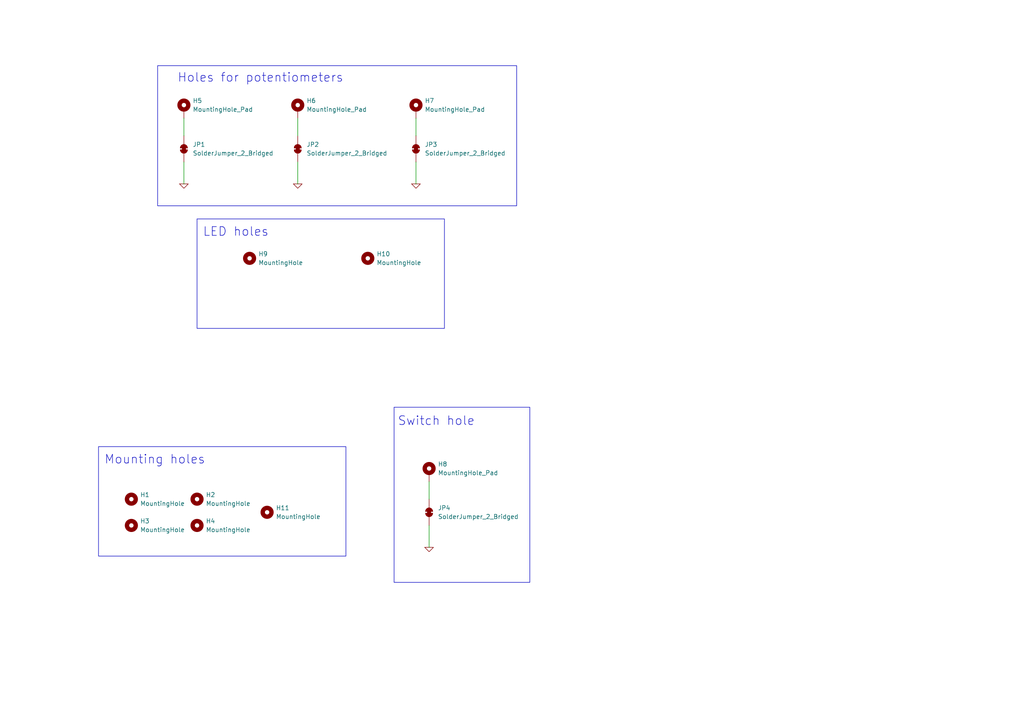
<source format=kicad_sch>
(kicad_sch (version 20250114) (generator "eeschema") (generator_version "9.0")
  (paper "A4")
  (lib_symbols
    (symbol "Jumper:SolderJumper_2_Bridged" (pin_numbers (hide yes)) (pin_names (offset 0) (hide yes)) (exclude_from_sim yes) (in_bom no)
      (property "Reference" "JP" (at 0 2.032 0))
      (property "Value" "SolderJumper_2_Bridged" (at 0 -2.54 0))
      (symbol "SolderJumper_2_Bridged_0_1"
        (rectangle (start -0.508 0.508) (end 0.508 -0.508) (fill (type outline)))
        (polyline (pts (xy -0.254 1.016) (xy -0.254 -1.016)))
        (arc (start -0.254 -1.016) (mid -1.2656 0) (end -0.254 1.016))
        (arc (start -0.254 -1.016) (mid -1.2656 0) (end -0.254 1.016) (fill (type outline)))
        (arc (start 0.254 1.016) (mid 1.2656 0) (end 0.254 -1.016))
        (arc (start 0.254 1.016) (mid 1.2656 0) (end 0.254 -1.016) (fill (type outline)))
        (polyline (pts (xy 0.254 1.016) (xy 0.254 -1.016)))
      )
      (symbol "SolderJumper_2_Bridged_1_1"
        (pin passive line (at -3.81 0 0) (length 2.54) (name "A") (number "1"))
        (pin passive line (at 3.81 0 180) (length 2.54) (name "B") (number "2"))
      )
    )
    (symbol "Mechanical:MountingHole" (pin_names (offset 1.016))
      (property "Reference" "H" (at 0 5.08 0))
      (property "Value" "MountingHole" (at 0 3.175 0))
      (symbol "MountingHole_0_1"
        (circle (center 0 0) (radius 1.27) (stroke (width 1.27)))
      )
    )
    (symbol "Mechanical:MountingHole_Pad" (pin_numbers (hide yes)) (pin_names (offset 1.016) (hide yes)) (exclude_from_sim yes) (in_bom no)
      (property "Reference" "H" (at 0 6.35 0))
      (property "Value" "MountingHole_Pad" (at 0 4.445 0))
      (symbol "MountingHole_Pad_0_1"
        (circle (center 0 1.27) (radius 1.27) (stroke (width 1.27)))
      )
      (symbol "MountingHole_Pad_1_1"
        (pin input line (at 0 -2.54 90) (length 2.54) (name "1") (number "1"))
      )
    )
    (symbol "MountingHole_1" (pin_names (offset 1.016)) (exclude_from_sim yes) (in_bom no)
      (property "Reference" "H" (at 0 5.08 0))
      (property "Value" "MountingHole" (at 0 3.175 0))
      (symbol "MountingHole_1_0_1"
        (circle (center 0 0) (radius 1.27) (stroke (width 1.27)))
      )
    )
    (symbol "Simulation_SPICE:0" (power) (pin_numbers (hide yes)) (pin_names (offset 0) (hide yes))
      (property "Value" "0" (at 0 -2.54 0))
      (symbol "0_0_1"
        (polyline (pts (xy -1.27 0) (xy 0 -1.27) (xy 1.27 0) (xy -1.27 0)))
      )
      (symbol "0_1_1"
        (pin power_in line (at 0 0 0) (length 0) (name "~") (number "1"))
      )
    )
  )
  (rectangle (start 45.72 19.05) (end 149.86 59.69))
  (rectangle (start 114.3 118.11) (end 153.67 168.91))
  (rectangle (start 57.15 63.5) (end 128.905 95.25))
  (rectangle (start 28.575 129.54) (end 100.33 161.29))
  (text "Mounting holes\n" (at 30.226 134.874 0) (effects (font (size 2.54 2.54)) (justify left bottom)))
  (text "Switch hole" (at 115.316 123.698 0) (effects (font (size 2.54 2.54)) (justify left bottom)))
  (text "LED holes\n" (at 58.801 68.834 0) (effects (font (size 2.54 2.54)) (justify left bottom)))
  (text "Holes for potentiometers\n" (at 51.435 24.13 0) (effects (font (size 2.54 2.54)) (justify left bottom)))
  (wire (pts (xy 53.34 46.99) (xy 53.34 53.34)))
  (wire (pts (xy 86.36 34.29) (xy 86.36 39.37)))
  (wire (pts (xy 86.36 46.99) (xy 86.36 53.34)))
  (wire (pts (xy 124.46 139.7) (xy 124.46 144.78)))
  (wire (pts (xy 120.65 34.29) (xy 120.65 39.37)))
  (wire (pts (xy 53.34 34.29) (xy 53.34 39.37)))
  (wire (pts (xy 120.65 46.99) (xy 120.65 53.34)))
  (wire (pts (xy 124.46 152.4) (xy 124.46 158.75)))
  (symbol (lib_id "Mechanical:MountingHole") (at 38.1 152.4 0) (unit 1)
    (property "Reference" "H3" (at 40.64 151.13 0) (effects (justify left)))
    (property "Value" "MountingHole" (at 40.64 153.67 0) (effects (justify left)))
    (property "Footprint" "MountingHole:MountingHole_3.2mm_M3_DIN965_Pad_TopBottom" (effects (hide yes)))
  )
  (symbol (lib_id "Jumper:SolderJumper_2_Bridged") (at 53.34 43.18 90) (unit 1) (in_bom no)
    (property "Reference" "JP1" (at 55.88 41.9099 90) (effects (justify right)))
    (property "Value" "SolderJumper_2_Bridged" (at 55.88 44.4499 90) (effects (justify right)))
    (property "Footprint" "Jumper:SolderJumper-2_P1.3mm_Bridged_RoundedPad1.0x1.5mm" (effects (hide yes)))
    (property "Description" "Solder Jumper, 2-pole, closed/bridged" (effects (hide yes)))
  )
  (symbol (lib_id "Simulation_SPICE:0") (at 86.36 53.34 0) (unit 1)
    (property "Reference" "#GND02" (effects (hide yes)))
    (property "Value" "0" (effects (hide yes)))
    (property "Datasheet" "https://ngspice.sourceforge.io/docs/ngspice-html-manual/manual.xhtml#subsec_Circuit_elements__device" (effects (hide yes)))
    (property "Description" "0V reference potential for simulation" (effects (hide yes)))
  )
  (symbol (lib_id "Simulation_SPICE:0") (at 124.46 158.75 0) (unit 1)
    (property "Reference" "#GND04" (effects (hide yes)))
    (property "Value" "0" (effects (hide yes)))
    (property "Datasheet" "https://ngspice.sourceforge.io/docs/ngspice-html-manual/manual.xhtml#subsec_Circuit_elements__device" (effects (hide yes)))
    (property "Description" "0V reference potential for simulation" (effects (hide yes)))
  )
  (symbol (lib_id "Mechanical:MountingHole") (at 57.15 144.78 0) (unit 1)
    (property "Reference" "H2" (at 59.69 143.51 0) (effects (justify left)))
    (property "Value" "MountingHole" (at 59.69 146.05 0) (effects (justify left)))
    (property "Footprint" "MountingHole:MountingHole_3.2mm_M3_DIN965_Pad_TopBottom" (effects (hide yes)))
  )
  (symbol (lib_id "Jumper:SolderJumper_2_Bridged") (at 86.36 43.18 90) (unit 1) (in_bom no)
    (property "Reference" "JP2" (at 88.9 41.9099 90) (effects (justify right)))
    (property "Value" "SolderJumper_2_Bridged" (at 88.9 44.4499 90) (effects (justify right)))
    (property "Footprint" "Jumper:SolderJumper-2_P1.3mm_Bridged_RoundedPad1.0x1.5mm" (effects (hide yes)))
    (property "Description" "Solder Jumper, 2-pole, closed/bridged" (effects (hide yes)))
  )
  (symbol (lib_id "Mechanical:MountingHole_Pad") (at 120.65 31.75 0) (unit 1) (in_bom no)
    (property "Reference" "H7" (at 123.19 29.2099 0) (effects (justify left)))
    (property "Value" "MountingHole_Pad" (at 123.19 31.7499 0) (effects (justify left)))
    (property "Footprint" "pedale:plated_pot_hole" (effects (hide yes)))
    (property "Description" "Mounting Hole with connection" (effects (hide yes)))
  )
  (symbol (lib_id "Mechanical:MountingHole") (at 38.1 144.78 0) (unit 1)
    (property "Reference" "H1" (at 40.64 143.51 0) (effects (justify left)))
    (property "Value" "MountingHole" (at 40.64 146.05 0) (effects (justify left)))
    (property "Footprint" "MountingHole:MountingHole_3.2mm_M3_DIN965_Pad_TopBottom" (effects (hide yes)))
  )
  (symbol (lib_id "Mechanical:MountingHole_Pad") (at 86.36 31.75 0) (unit 1) (in_bom no)
    (property "Reference" "H6" (at 88.9 29.2099 0) (effects (justify left)))
    (property "Value" "MountingHole_Pad" (at 88.9 31.7499 0) (effects (justify left)))
    (property "Footprint" "pedale:plated_pot_hole" (effects (hide yes)))
    (property "Description" "Mounting Hole with connection" (effects (hide yes)))
  )
  (symbol (lib_id "Simulation_SPICE:0") (at 120.65 53.34 0) (unit 1)
    (property "Reference" "#GND03" (effects (hide yes)))
    (property "Value" "0" (effects (hide yes)))
    (property "Datasheet" "https://ngspice.sourceforge.io/docs/ngspice-html-manual/manual.xhtml#subsec_Circuit_elements__device" (effects (hide yes)))
    (property "Description" "0V reference potential for simulation" (effects (hide yes)))
  )
  (symbol (lib_id "Mechanical:MountingHole") (at 57.15 152.4 0) (unit 1)
    (property "Reference" "H4" (at 59.69 151.13 0) (effects (justify left)))
    (property "Value" "MountingHole" (at 59.69 153.67 0) (effects (justify left)))
    (property "Footprint" "MountingHole:MountingHole_3.2mm_M3_DIN965_Pad_TopBottom" (effects (hide yes)))
  )
  (symbol (lib_id "Jumper:SolderJumper_2_Bridged") (at 124.46 148.59 90) (unit 1) (in_bom no)
    (property "Reference" "JP4" (at 127 147.3199 90) (effects (justify right)))
    (property "Value" "SolderJumper_2_Bridged" (at 127 149.8599 90) (effects (justify right)))
    (property "Footprint" "Jumper:SolderJumper-2_P1.3mm_Bridged_RoundedPad1.0x1.5mm" (effects (hide yes)))
    (property "Description" "Solder Jumper, 2-pole, closed/bridged" (effects (hide yes)))
  )
  (symbol (lib_id "Mechanical:MountingHole_Pad") (at 53.34 31.75 0) (unit 1) (in_bom no)
    (property "Reference" "H5" (at 55.88 29.2099 0) (effects (justify left)))
    (property "Value" "MountingHole_Pad" (at 55.88 31.7499 0) (effects (justify left)))
    (property "Footprint" "pedale:plated_pot_hole" (effects (hide yes)))
    (property "Description" "Mounting Hole with connection" (effects (hide yes)))
  )
  (symbol (lib_name "MountingHole_1") (lib_id "Mechanical:MountingHole") (at 72.39 74.93 0) (unit 1) (exclude_from_sim yes) (in_bom no)
    (property "Reference" "H9" (at 74.93 73.6599 0) (effects (justify left)))
    (property "Value" "MountingHole" (at 74.93 76.1999 0) (effects (justify left)))
    (property "Footprint" "MountingHole:MountingHole_3mm" (effects (hide yes)))
    (property "Description" "Mounting Hole without connection" (effects (hide yes)))
  )
  (symbol (lib_id "Mechanical:MountingHole_Pad") (at 124.46 137.16 0) (unit 1) (in_bom no)
    (property "Reference" "H8" (at 127 134.6199 0) (effects (justify left)))
    (property "Value" "MountingHole_Pad" (at 127 137.1599 0) (effects (justify left)))
    (property "Footprint" "pedale:plated_switch_hole" (effects (hide yes)))
    (property "Description" "Mounting Hole with connection" (effects (hide yes)))
  )
  (symbol (lib_id "Simulation_SPICE:0") (at 53.34 53.34 0) (unit 1)
    (property "Reference" "#GND01" (effects (hide yes)))
    (property "Value" "0" (effects (hide yes)))
    (property "Datasheet" "https://ngspice.sourceforge.io/docs/ngspice-html-manual/manual.xhtml#subsec_Circuit_elements__device" (effects (hide yes)))
    (property "Description" "0V reference potential for simulation" (effects (hide yes)))
  )
  (symbol (lib_id "Mechanical:MountingHole") (at 77.47 148.59 0) (unit 1)
    (property "Reference" "H11" (at 80.01 147.32 0) (effects (justify left)))
    (property "Value" "MountingHole" (at 80.01 149.86 0) (effects (justify left)))
    (property "Footprint" "MountingHole:MountingHole_3.2mm_M3_DIN965_Pad_TopBottom" (effects (hide yes)))
  )
  (symbol (lib_name "MountingHole_1") (lib_id "Mechanical:MountingHole") (at 106.68 74.93 0) (unit 1) (exclude_from_sim yes) (in_bom no)
    (property "Reference" "H10" (at 109.22 73.6599 0) (effects (justify left)))
    (property "Value" "MountingHole" (at 109.22 76.1999 0) (effects (justify left)))
    (property "Footprint" "MountingHole:MountingHole_3mm" (effects (hide yes)))
    (property "Description" "Mounting Hole without connection" (effects (hide yes)))
  )
  (symbol (lib_id "Jumper:SolderJumper_2_Bridged") (at 120.65 43.18 90) (unit 1) (in_bom no)
    (property "Reference" "JP3" (at 123.19 41.9099 90) (effects (justify right)))
    (property "Value" "SolderJumper_2_Bridged" (at 123.19 44.4499 90) (effects (justify right)))
    (property "Footprint" "Jumper:SolderJumper-2_P1.3mm_Bridged_RoundedPad1.0x1.5mm" (effects (hide yes)))
    (property "Description" "Solder Jumper, 2-pole, closed/bridged" (effects (hide yes)))
  )
)
</source>
